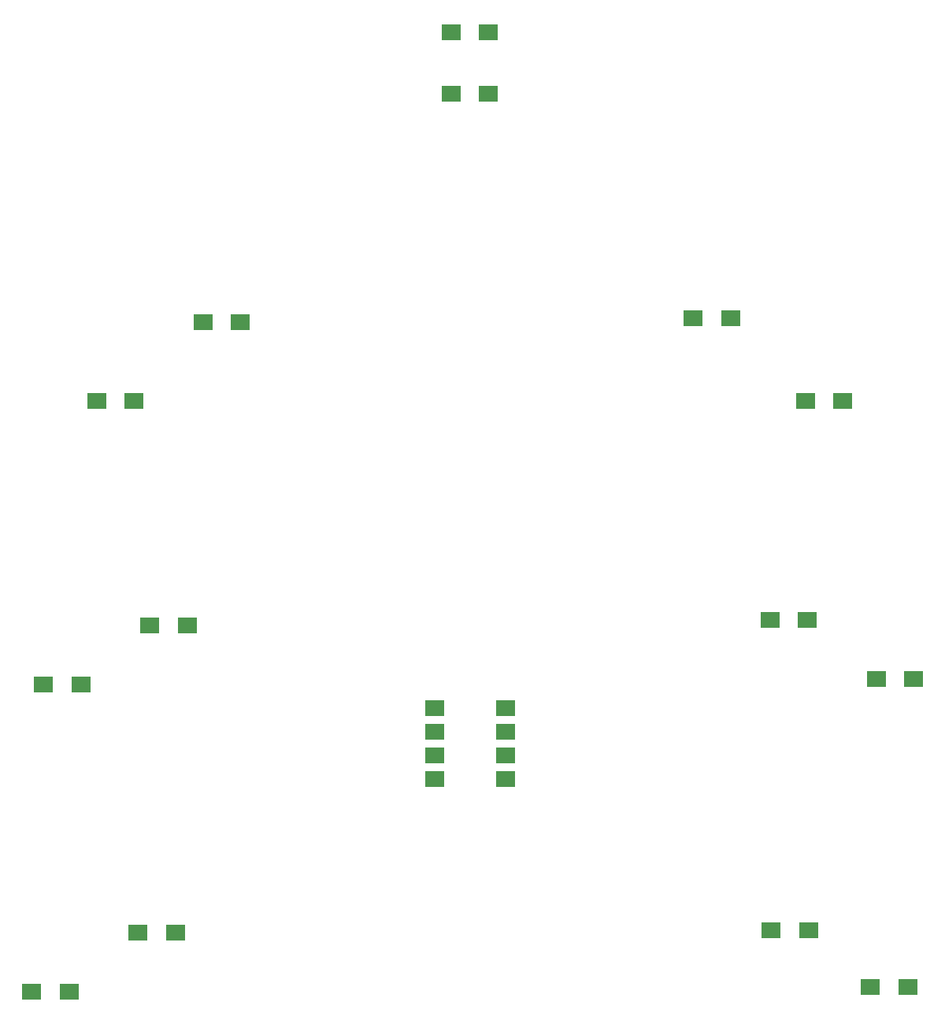
<source format=gbr>
G04 #@! TF.FileFunction,Paste,Bot*
%FSLAX46Y46*%
G04 Gerber Fmt 4.6, Leading zero omitted, Abs format (unit mm)*
G04 Created by KiCad (PCBNEW 4.0.6) date Wednesday, September 13, 2017 'PMt' 07:39:43 PM*
%MOMM*%
%LPD*%
G01*
G04 APERTURE LIST*
%ADD10C,0.100000*%
%ADD11R,2.000000X1.780000*%
%ADD12R,2.000000X1.700000*%
G04 APERTURE END LIST*
D10*
D11*
X99060000Y-97790000D03*
X91440000Y-105410000D03*
X99060000Y-100330000D03*
X91440000Y-102870000D03*
X99060000Y-102870000D03*
X91440000Y-100330000D03*
X99060000Y-105410000D03*
X91440000Y-97790000D03*
D12*
X135350000Y-64770000D03*
X131350000Y-64770000D03*
X49435000Y-95250000D03*
X53435000Y-95250000D03*
X138335000Y-127762000D03*
X142335000Y-127762000D03*
X55150000Y-64770000D03*
X59150000Y-64770000D03*
X138970000Y-94615000D03*
X142970000Y-94615000D03*
X48165000Y-128270000D03*
X52165000Y-128270000D03*
X123285000Y-55880000D03*
X119285000Y-55880000D03*
X60865000Y-88900000D03*
X64865000Y-88900000D03*
X131667000Y-121666000D03*
X127667000Y-121666000D03*
X66580000Y-56261000D03*
X70580000Y-56261000D03*
X131540000Y-88265000D03*
X127540000Y-88265000D03*
X59595000Y-121920000D03*
X63595000Y-121920000D03*
X93250000Y-31750000D03*
X97250000Y-31750000D03*
X93250000Y-25146000D03*
X97250000Y-25146000D03*
M02*

</source>
